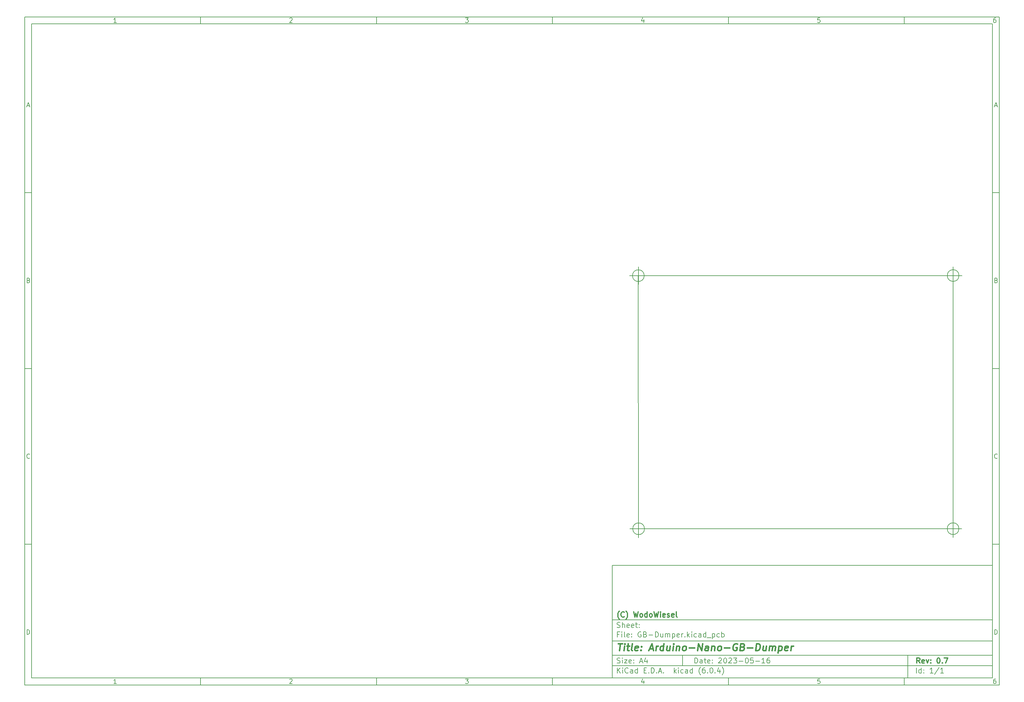
<source format=gbr>
%TF.GenerationSoftware,KiCad,Pcbnew,(6.0.4)*%
%TF.CreationDate,2023-10-13T20:42:48+02:00*%
%TF.ProjectId,GB-Dumper,47422d44-756d-4706-9572-2e6b69636164,0.7*%
%TF.SameCoordinates,Original*%
%TF.FileFunction,Other,User*%
%FSLAX46Y46*%
G04 Gerber Fmt 4.6, Leading zero omitted, Abs format (unit mm)*
G04 Created by KiCad (PCBNEW (6.0.4)) date 2023-10-13 20:42:48*
%MOMM*%
%LPD*%
G01*
G04 APERTURE LIST*
%ADD10C,0.100000*%
%ADD11C,0.150000*%
%ADD12C,0.300000*%
%ADD13C,0.400000*%
%TA.AperFunction,Profile*%
%ADD14C,0.150000*%
%TD*%
G04 APERTURE END LIST*
D10*
D11*
X177002200Y-166007200D02*
X177002200Y-198007200D01*
X285002200Y-198007200D01*
X285002200Y-166007200D01*
X177002200Y-166007200D01*
D10*
D11*
X10000000Y-10000000D02*
X10000000Y-200007200D01*
X287002200Y-200007200D01*
X287002200Y-10000000D01*
X10000000Y-10000000D01*
D10*
D11*
X12000000Y-12000000D02*
X12000000Y-198007200D01*
X285002200Y-198007200D01*
X285002200Y-12000000D01*
X12000000Y-12000000D01*
D10*
D11*
X60000000Y-12000000D02*
X60000000Y-10000000D01*
D10*
D11*
X110000000Y-12000000D02*
X110000000Y-10000000D01*
D10*
D11*
X160000000Y-12000000D02*
X160000000Y-10000000D01*
D10*
D11*
X210000000Y-12000000D02*
X210000000Y-10000000D01*
D10*
D11*
X260000000Y-12000000D02*
X260000000Y-10000000D01*
D10*
D11*
X36065476Y-11588095D02*
X35322619Y-11588095D01*
X35694047Y-11588095D02*
X35694047Y-10288095D01*
X35570238Y-10473809D01*
X35446428Y-10597619D01*
X35322619Y-10659523D01*
D10*
D11*
X85322619Y-10411904D02*
X85384523Y-10350000D01*
X85508333Y-10288095D01*
X85817857Y-10288095D01*
X85941666Y-10350000D01*
X86003571Y-10411904D01*
X86065476Y-10535714D01*
X86065476Y-10659523D01*
X86003571Y-10845238D01*
X85260714Y-11588095D01*
X86065476Y-11588095D01*
D10*
D11*
X135260714Y-10288095D02*
X136065476Y-10288095D01*
X135632142Y-10783333D01*
X135817857Y-10783333D01*
X135941666Y-10845238D01*
X136003571Y-10907142D01*
X136065476Y-11030952D01*
X136065476Y-11340476D01*
X136003571Y-11464285D01*
X135941666Y-11526190D01*
X135817857Y-11588095D01*
X135446428Y-11588095D01*
X135322619Y-11526190D01*
X135260714Y-11464285D01*
D10*
D11*
X185941666Y-10721428D02*
X185941666Y-11588095D01*
X185632142Y-10226190D02*
X185322619Y-11154761D01*
X186127380Y-11154761D01*
D10*
D11*
X236003571Y-10288095D02*
X235384523Y-10288095D01*
X235322619Y-10907142D01*
X235384523Y-10845238D01*
X235508333Y-10783333D01*
X235817857Y-10783333D01*
X235941666Y-10845238D01*
X236003571Y-10907142D01*
X236065476Y-11030952D01*
X236065476Y-11340476D01*
X236003571Y-11464285D01*
X235941666Y-11526190D01*
X235817857Y-11588095D01*
X235508333Y-11588095D01*
X235384523Y-11526190D01*
X235322619Y-11464285D01*
D10*
D11*
X285941666Y-10288095D02*
X285694047Y-10288095D01*
X285570238Y-10350000D01*
X285508333Y-10411904D01*
X285384523Y-10597619D01*
X285322619Y-10845238D01*
X285322619Y-11340476D01*
X285384523Y-11464285D01*
X285446428Y-11526190D01*
X285570238Y-11588095D01*
X285817857Y-11588095D01*
X285941666Y-11526190D01*
X286003571Y-11464285D01*
X286065476Y-11340476D01*
X286065476Y-11030952D01*
X286003571Y-10907142D01*
X285941666Y-10845238D01*
X285817857Y-10783333D01*
X285570238Y-10783333D01*
X285446428Y-10845238D01*
X285384523Y-10907142D01*
X285322619Y-11030952D01*
D10*
D11*
X60000000Y-198007200D02*
X60000000Y-200007200D01*
D10*
D11*
X110000000Y-198007200D02*
X110000000Y-200007200D01*
D10*
D11*
X160000000Y-198007200D02*
X160000000Y-200007200D01*
D10*
D11*
X210000000Y-198007200D02*
X210000000Y-200007200D01*
D10*
D11*
X260000000Y-198007200D02*
X260000000Y-200007200D01*
D10*
D11*
X36065476Y-199595295D02*
X35322619Y-199595295D01*
X35694047Y-199595295D02*
X35694047Y-198295295D01*
X35570238Y-198481009D01*
X35446428Y-198604819D01*
X35322619Y-198666723D01*
D10*
D11*
X85322619Y-198419104D02*
X85384523Y-198357200D01*
X85508333Y-198295295D01*
X85817857Y-198295295D01*
X85941666Y-198357200D01*
X86003571Y-198419104D01*
X86065476Y-198542914D01*
X86065476Y-198666723D01*
X86003571Y-198852438D01*
X85260714Y-199595295D01*
X86065476Y-199595295D01*
D10*
D11*
X135260714Y-198295295D02*
X136065476Y-198295295D01*
X135632142Y-198790533D01*
X135817857Y-198790533D01*
X135941666Y-198852438D01*
X136003571Y-198914342D01*
X136065476Y-199038152D01*
X136065476Y-199347676D01*
X136003571Y-199471485D01*
X135941666Y-199533390D01*
X135817857Y-199595295D01*
X135446428Y-199595295D01*
X135322619Y-199533390D01*
X135260714Y-199471485D01*
D10*
D11*
X185941666Y-198728628D02*
X185941666Y-199595295D01*
X185632142Y-198233390D02*
X185322619Y-199161961D01*
X186127380Y-199161961D01*
D10*
D11*
X236003571Y-198295295D02*
X235384523Y-198295295D01*
X235322619Y-198914342D01*
X235384523Y-198852438D01*
X235508333Y-198790533D01*
X235817857Y-198790533D01*
X235941666Y-198852438D01*
X236003571Y-198914342D01*
X236065476Y-199038152D01*
X236065476Y-199347676D01*
X236003571Y-199471485D01*
X235941666Y-199533390D01*
X235817857Y-199595295D01*
X235508333Y-199595295D01*
X235384523Y-199533390D01*
X235322619Y-199471485D01*
D10*
D11*
X285941666Y-198295295D02*
X285694047Y-198295295D01*
X285570238Y-198357200D01*
X285508333Y-198419104D01*
X285384523Y-198604819D01*
X285322619Y-198852438D01*
X285322619Y-199347676D01*
X285384523Y-199471485D01*
X285446428Y-199533390D01*
X285570238Y-199595295D01*
X285817857Y-199595295D01*
X285941666Y-199533390D01*
X286003571Y-199471485D01*
X286065476Y-199347676D01*
X286065476Y-199038152D01*
X286003571Y-198914342D01*
X285941666Y-198852438D01*
X285817857Y-198790533D01*
X285570238Y-198790533D01*
X285446428Y-198852438D01*
X285384523Y-198914342D01*
X285322619Y-199038152D01*
D10*
D11*
X10000000Y-60000000D02*
X12000000Y-60000000D01*
D10*
D11*
X10000000Y-110000000D02*
X12000000Y-110000000D01*
D10*
D11*
X10000000Y-160000000D02*
X12000000Y-160000000D01*
D10*
D11*
X10690476Y-35216666D02*
X11309523Y-35216666D01*
X10566666Y-35588095D02*
X11000000Y-34288095D01*
X11433333Y-35588095D01*
D10*
D11*
X11092857Y-84907142D02*
X11278571Y-84969047D01*
X11340476Y-85030952D01*
X11402380Y-85154761D01*
X11402380Y-85340476D01*
X11340476Y-85464285D01*
X11278571Y-85526190D01*
X11154761Y-85588095D01*
X10659523Y-85588095D01*
X10659523Y-84288095D01*
X11092857Y-84288095D01*
X11216666Y-84350000D01*
X11278571Y-84411904D01*
X11340476Y-84535714D01*
X11340476Y-84659523D01*
X11278571Y-84783333D01*
X11216666Y-84845238D01*
X11092857Y-84907142D01*
X10659523Y-84907142D01*
D10*
D11*
X11402380Y-135464285D02*
X11340476Y-135526190D01*
X11154761Y-135588095D01*
X11030952Y-135588095D01*
X10845238Y-135526190D01*
X10721428Y-135402380D01*
X10659523Y-135278571D01*
X10597619Y-135030952D01*
X10597619Y-134845238D01*
X10659523Y-134597619D01*
X10721428Y-134473809D01*
X10845238Y-134350000D01*
X11030952Y-134288095D01*
X11154761Y-134288095D01*
X11340476Y-134350000D01*
X11402380Y-134411904D01*
D10*
D11*
X10659523Y-185588095D02*
X10659523Y-184288095D01*
X10969047Y-184288095D01*
X11154761Y-184350000D01*
X11278571Y-184473809D01*
X11340476Y-184597619D01*
X11402380Y-184845238D01*
X11402380Y-185030952D01*
X11340476Y-185278571D01*
X11278571Y-185402380D01*
X11154761Y-185526190D01*
X10969047Y-185588095D01*
X10659523Y-185588095D01*
D10*
D11*
X287002200Y-60000000D02*
X285002200Y-60000000D01*
D10*
D11*
X287002200Y-110000000D02*
X285002200Y-110000000D01*
D10*
D11*
X287002200Y-160000000D02*
X285002200Y-160000000D01*
D10*
D11*
X285692676Y-35216666D02*
X286311723Y-35216666D01*
X285568866Y-35588095D02*
X286002200Y-34288095D01*
X286435533Y-35588095D01*
D10*
D11*
X286095057Y-84907142D02*
X286280771Y-84969047D01*
X286342676Y-85030952D01*
X286404580Y-85154761D01*
X286404580Y-85340476D01*
X286342676Y-85464285D01*
X286280771Y-85526190D01*
X286156961Y-85588095D01*
X285661723Y-85588095D01*
X285661723Y-84288095D01*
X286095057Y-84288095D01*
X286218866Y-84350000D01*
X286280771Y-84411904D01*
X286342676Y-84535714D01*
X286342676Y-84659523D01*
X286280771Y-84783333D01*
X286218866Y-84845238D01*
X286095057Y-84907142D01*
X285661723Y-84907142D01*
D10*
D11*
X286404580Y-135464285D02*
X286342676Y-135526190D01*
X286156961Y-135588095D01*
X286033152Y-135588095D01*
X285847438Y-135526190D01*
X285723628Y-135402380D01*
X285661723Y-135278571D01*
X285599819Y-135030952D01*
X285599819Y-134845238D01*
X285661723Y-134597619D01*
X285723628Y-134473809D01*
X285847438Y-134350000D01*
X286033152Y-134288095D01*
X286156961Y-134288095D01*
X286342676Y-134350000D01*
X286404580Y-134411904D01*
D10*
D11*
X285661723Y-185588095D02*
X285661723Y-184288095D01*
X285971247Y-184288095D01*
X286156961Y-184350000D01*
X286280771Y-184473809D01*
X286342676Y-184597619D01*
X286404580Y-184845238D01*
X286404580Y-185030952D01*
X286342676Y-185278571D01*
X286280771Y-185402380D01*
X286156961Y-185526190D01*
X285971247Y-185588095D01*
X285661723Y-185588095D01*
D10*
D11*
X200434342Y-193785771D02*
X200434342Y-192285771D01*
X200791485Y-192285771D01*
X201005771Y-192357200D01*
X201148628Y-192500057D01*
X201220057Y-192642914D01*
X201291485Y-192928628D01*
X201291485Y-193142914D01*
X201220057Y-193428628D01*
X201148628Y-193571485D01*
X201005771Y-193714342D01*
X200791485Y-193785771D01*
X200434342Y-193785771D01*
X202577200Y-193785771D02*
X202577200Y-193000057D01*
X202505771Y-192857200D01*
X202362914Y-192785771D01*
X202077200Y-192785771D01*
X201934342Y-192857200D01*
X202577200Y-193714342D02*
X202434342Y-193785771D01*
X202077200Y-193785771D01*
X201934342Y-193714342D01*
X201862914Y-193571485D01*
X201862914Y-193428628D01*
X201934342Y-193285771D01*
X202077200Y-193214342D01*
X202434342Y-193214342D01*
X202577200Y-193142914D01*
X203077200Y-192785771D02*
X203648628Y-192785771D01*
X203291485Y-192285771D02*
X203291485Y-193571485D01*
X203362914Y-193714342D01*
X203505771Y-193785771D01*
X203648628Y-193785771D01*
X204720057Y-193714342D02*
X204577200Y-193785771D01*
X204291485Y-193785771D01*
X204148628Y-193714342D01*
X204077200Y-193571485D01*
X204077200Y-193000057D01*
X204148628Y-192857200D01*
X204291485Y-192785771D01*
X204577200Y-192785771D01*
X204720057Y-192857200D01*
X204791485Y-193000057D01*
X204791485Y-193142914D01*
X204077200Y-193285771D01*
X205434342Y-193642914D02*
X205505771Y-193714342D01*
X205434342Y-193785771D01*
X205362914Y-193714342D01*
X205434342Y-193642914D01*
X205434342Y-193785771D01*
X205434342Y-192857200D02*
X205505771Y-192928628D01*
X205434342Y-193000057D01*
X205362914Y-192928628D01*
X205434342Y-192857200D01*
X205434342Y-193000057D01*
X207220057Y-192428628D02*
X207291485Y-192357200D01*
X207434342Y-192285771D01*
X207791485Y-192285771D01*
X207934342Y-192357200D01*
X208005771Y-192428628D01*
X208077200Y-192571485D01*
X208077200Y-192714342D01*
X208005771Y-192928628D01*
X207148628Y-193785771D01*
X208077200Y-193785771D01*
X209005771Y-192285771D02*
X209148628Y-192285771D01*
X209291485Y-192357200D01*
X209362914Y-192428628D01*
X209434342Y-192571485D01*
X209505771Y-192857200D01*
X209505771Y-193214342D01*
X209434342Y-193500057D01*
X209362914Y-193642914D01*
X209291485Y-193714342D01*
X209148628Y-193785771D01*
X209005771Y-193785771D01*
X208862914Y-193714342D01*
X208791485Y-193642914D01*
X208720057Y-193500057D01*
X208648628Y-193214342D01*
X208648628Y-192857200D01*
X208720057Y-192571485D01*
X208791485Y-192428628D01*
X208862914Y-192357200D01*
X209005771Y-192285771D01*
X210077200Y-192428628D02*
X210148628Y-192357200D01*
X210291485Y-192285771D01*
X210648628Y-192285771D01*
X210791485Y-192357200D01*
X210862914Y-192428628D01*
X210934342Y-192571485D01*
X210934342Y-192714342D01*
X210862914Y-192928628D01*
X210005771Y-193785771D01*
X210934342Y-193785771D01*
X211434342Y-192285771D02*
X212362914Y-192285771D01*
X211862914Y-192857200D01*
X212077200Y-192857200D01*
X212220057Y-192928628D01*
X212291485Y-193000057D01*
X212362914Y-193142914D01*
X212362914Y-193500057D01*
X212291485Y-193642914D01*
X212220057Y-193714342D01*
X212077200Y-193785771D01*
X211648628Y-193785771D01*
X211505771Y-193714342D01*
X211434342Y-193642914D01*
X213005771Y-193214342D02*
X214148628Y-193214342D01*
X215148628Y-192285771D02*
X215291485Y-192285771D01*
X215434342Y-192357200D01*
X215505771Y-192428628D01*
X215577200Y-192571485D01*
X215648628Y-192857200D01*
X215648628Y-193214342D01*
X215577200Y-193500057D01*
X215505771Y-193642914D01*
X215434342Y-193714342D01*
X215291485Y-193785771D01*
X215148628Y-193785771D01*
X215005771Y-193714342D01*
X214934342Y-193642914D01*
X214862914Y-193500057D01*
X214791485Y-193214342D01*
X214791485Y-192857200D01*
X214862914Y-192571485D01*
X214934342Y-192428628D01*
X215005771Y-192357200D01*
X215148628Y-192285771D01*
X217005771Y-192285771D02*
X216291485Y-192285771D01*
X216220057Y-193000057D01*
X216291485Y-192928628D01*
X216434342Y-192857200D01*
X216791485Y-192857200D01*
X216934342Y-192928628D01*
X217005771Y-193000057D01*
X217077200Y-193142914D01*
X217077200Y-193500057D01*
X217005771Y-193642914D01*
X216934342Y-193714342D01*
X216791485Y-193785771D01*
X216434342Y-193785771D01*
X216291485Y-193714342D01*
X216220057Y-193642914D01*
X217720057Y-193214342D02*
X218862914Y-193214342D01*
X220362914Y-193785771D02*
X219505771Y-193785771D01*
X219934342Y-193785771D02*
X219934342Y-192285771D01*
X219791485Y-192500057D01*
X219648628Y-192642914D01*
X219505771Y-192714342D01*
X221648628Y-192285771D02*
X221362914Y-192285771D01*
X221220057Y-192357200D01*
X221148628Y-192428628D01*
X221005771Y-192642914D01*
X220934342Y-192928628D01*
X220934342Y-193500057D01*
X221005771Y-193642914D01*
X221077200Y-193714342D01*
X221220057Y-193785771D01*
X221505771Y-193785771D01*
X221648628Y-193714342D01*
X221720057Y-193642914D01*
X221791485Y-193500057D01*
X221791485Y-193142914D01*
X221720057Y-193000057D01*
X221648628Y-192928628D01*
X221505771Y-192857200D01*
X221220057Y-192857200D01*
X221077200Y-192928628D01*
X221005771Y-193000057D01*
X220934342Y-193142914D01*
D10*
D11*
X177002200Y-194507200D02*
X285002200Y-194507200D01*
D10*
D11*
X178434342Y-196585771D02*
X178434342Y-195085771D01*
X179291485Y-196585771D02*
X178648628Y-195728628D01*
X179291485Y-195085771D02*
X178434342Y-195942914D01*
X179934342Y-196585771D02*
X179934342Y-195585771D01*
X179934342Y-195085771D02*
X179862914Y-195157200D01*
X179934342Y-195228628D01*
X180005771Y-195157200D01*
X179934342Y-195085771D01*
X179934342Y-195228628D01*
X181505771Y-196442914D02*
X181434342Y-196514342D01*
X181220057Y-196585771D01*
X181077200Y-196585771D01*
X180862914Y-196514342D01*
X180720057Y-196371485D01*
X180648628Y-196228628D01*
X180577200Y-195942914D01*
X180577200Y-195728628D01*
X180648628Y-195442914D01*
X180720057Y-195300057D01*
X180862914Y-195157200D01*
X181077200Y-195085771D01*
X181220057Y-195085771D01*
X181434342Y-195157200D01*
X181505771Y-195228628D01*
X182791485Y-196585771D02*
X182791485Y-195800057D01*
X182720057Y-195657200D01*
X182577200Y-195585771D01*
X182291485Y-195585771D01*
X182148628Y-195657200D01*
X182791485Y-196514342D02*
X182648628Y-196585771D01*
X182291485Y-196585771D01*
X182148628Y-196514342D01*
X182077200Y-196371485D01*
X182077200Y-196228628D01*
X182148628Y-196085771D01*
X182291485Y-196014342D01*
X182648628Y-196014342D01*
X182791485Y-195942914D01*
X184148628Y-196585771D02*
X184148628Y-195085771D01*
X184148628Y-196514342D02*
X184005771Y-196585771D01*
X183720057Y-196585771D01*
X183577200Y-196514342D01*
X183505771Y-196442914D01*
X183434342Y-196300057D01*
X183434342Y-195871485D01*
X183505771Y-195728628D01*
X183577200Y-195657200D01*
X183720057Y-195585771D01*
X184005771Y-195585771D01*
X184148628Y-195657200D01*
X186005771Y-195800057D02*
X186505771Y-195800057D01*
X186720057Y-196585771D02*
X186005771Y-196585771D01*
X186005771Y-195085771D01*
X186720057Y-195085771D01*
X187362914Y-196442914D02*
X187434342Y-196514342D01*
X187362914Y-196585771D01*
X187291485Y-196514342D01*
X187362914Y-196442914D01*
X187362914Y-196585771D01*
X188077200Y-196585771D02*
X188077200Y-195085771D01*
X188434342Y-195085771D01*
X188648628Y-195157200D01*
X188791485Y-195300057D01*
X188862914Y-195442914D01*
X188934342Y-195728628D01*
X188934342Y-195942914D01*
X188862914Y-196228628D01*
X188791485Y-196371485D01*
X188648628Y-196514342D01*
X188434342Y-196585771D01*
X188077200Y-196585771D01*
X189577200Y-196442914D02*
X189648628Y-196514342D01*
X189577200Y-196585771D01*
X189505771Y-196514342D01*
X189577200Y-196442914D01*
X189577200Y-196585771D01*
X190220057Y-196157200D02*
X190934342Y-196157200D01*
X190077200Y-196585771D02*
X190577200Y-195085771D01*
X191077200Y-196585771D01*
X191577200Y-196442914D02*
X191648628Y-196514342D01*
X191577200Y-196585771D01*
X191505771Y-196514342D01*
X191577200Y-196442914D01*
X191577200Y-196585771D01*
X194577200Y-196585771D02*
X194577200Y-195085771D01*
X194720057Y-196014342D02*
X195148628Y-196585771D01*
X195148628Y-195585771D02*
X194577200Y-196157200D01*
X195791485Y-196585771D02*
X195791485Y-195585771D01*
X195791485Y-195085771D02*
X195720057Y-195157200D01*
X195791485Y-195228628D01*
X195862914Y-195157200D01*
X195791485Y-195085771D01*
X195791485Y-195228628D01*
X197148628Y-196514342D02*
X197005771Y-196585771D01*
X196720057Y-196585771D01*
X196577200Y-196514342D01*
X196505771Y-196442914D01*
X196434342Y-196300057D01*
X196434342Y-195871485D01*
X196505771Y-195728628D01*
X196577200Y-195657200D01*
X196720057Y-195585771D01*
X197005771Y-195585771D01*
X197148628Y-195657200D01*
X198434342Y-196585771D02*
X198434342Y-195800057D01*
X198362914Y-195657200D01*
X198220057Y-195585771D01*
X197934342Y-195585771D01*
X197791485Y-195657200D01*
X198434342Y-196514342D02*
X198291485Y-196585771D01*
X197934342Y-196585771D01*
X197791485Y-196514342D01*
X197720057Y-196371485D01*
X197720057Y-196228628D01*
X197791485Y-196085771D01*
X197934342Y-196014342D01*
X198291485Y-196014342D01*
X198434342Y-195942914D01*
X199791485Y-196585771D02*
X199791485Y-195085771D01*
X199791485Y-196514342D02*
X199648628Y-196585771D01*
X199362914Y-196585771D01*
X199220057Y-196514342D01*
X199148628Y-196442914D01*
X199077200Y-196300057D01*
X199077200Y-195871485D01*
X199148628Y-195728628D01*
X199220057Y-195657200D01*
X199362914Y-195585771D01*
X199648628Y-195585771D01*
X199791485Y-195657200D01*
X202077200Y-197157200D02*
X202005771Y-197085771D01*
X201862914Y-196871485D01*
X201791485Y-196728628D01*
X201720057Y-196514342D01*
X201648628Y-196157200D01*
X201648628Y-195871485D01*
X201720057Y-195514342D01*
X201791485Y-195300057D01*
X201862914Y-195157200D01*
X202005771Y-194942914D01*
X202077200Y-194871485D01*
X203291485Y-195085771D02*
X203005771Y-195085771D01*
X202862914Y-195157200D01*
X202791485Y-195228628D01*
X202648628Y-195442914D01*
X202577200Y-195728628D01*
X202577200Y-196300057D01*
X202648628Y-196442914D01*
X202720057Y-196514342D01*
X202862914Y-196585771D01*
X203148628Y-196585771D01*
X203291485Y-196514342D01*
X203362914Y-196442914D01*
X203434342Y-196300057D01*
X203434342Y-195942914D01*
X203362914Y-195800057D01*
X203291485Y-195728628D01*
X203148628Y-195657200D01*
X202862914Y-195657200D01*
X202720057Y-195728628D01*
X202648628Y-195800057D01*
X202577200Y-195942914D01*
X204077200Y-196442914D02*
X204148628Y-196514342D01*
X204077200Y-196585771D01*
X204005771Y-196514342D01*
X204077200Y-196442914D01*
X204077200Y-196585771D01*
X205077200Y-195085771D02*
X205220057Y-195085771D01*
X205362914Y-195157200D01*
X205434342Y-195228628D01*
X205505771Y-195371485D01*
X205577200Y-195657200D01*
X205577200Y-196014342D01*
X205505771Y-196300057D01*
X205434342Y-196442914D01*
X205362914Y-196514342D01*
X205220057Y-196585771D01*
X205077200Y-196585771D01*
X204934342Y-196514342D01*
X204862914Y-196442914D01*
X204791485Y-196300057D01*
X204720057Y-196014342D01*
X204720057Y-195657200D01*
X204791485Y-195371485D01*
X204862914Y-195228628D01*
X204934342Y-195157200D01*
X205077200Y-195085771D01*
X206220057Y-196442914D02*
X206291485Y-196514342D01*
X206220057Y-196585771D01*
X206148628Y-196514342D01*
X206220057Y-196442914D01*
X206220057Y-196585771D01*
X207577200Y-195585771D02*
X207577200Y-196585771D01*
X207220057Y-195014342D02*
X206862914Y-196085771D01*
X207791485Y-196085771D01*
X208220057Y-197157200D02*
X208291485Y-197085771D01*
X208434342Y-196871485D01*
X208505771Y-196728628D01*
X208577200Y-196514342D01*
X208648628Y-196157200D01*
X208648628Y-195871485D01*
X208577200Y-195514342D01*
X208505771Y-195300057D01*
X208434342Y-195157200D01*
X208291485Y-194942914D01*
X208220057Y-194871485D01*
D10*
D11*
X177002200Y-191507200D02*
X285002200Y-191507200D01*
D10*
D12*
X264411485Y-193785771D02*
X263911485Y-193071485D01*
X263554342Y-193785771D02*
X263554342Y-192285771D01*
X264125771Y-192285771D01*
X264268628Y-192357200D01*
X264340057Y-192428628D01*
X264411485Y-192571485D01*
X264411485Y-192785771D01*
X264340057Y-192928628D01*
X264268628Y-193000057D01*
X264125771Y-193071485D01*
X263554342Y-193071485D01*
X265625771Y-193714342D02*
X265482914Y-193785771D01*
X265197200Y-193785771D01*
X265054342Y-193714342D01*
X264982914Y-193571485D01*
X264982914Y-193000057D01*
X265054342Y-192857200D01*
X265197200Y-192785771D01*
X265482914Y-192785771D01*
X265625771Y-192857200D01*
X265697200Y-193000057D01*
X265697200Y-193142914D01*
X264982914Y-193285771D01*
X266197200Y-192785771D02*
X266554342Y-193785771D01*
X266911485Y-192785771D01*
X267482914Y-193642914D02*
X267554342Y-193714342D01*
X267482914Y-193785771D01*
X267411485Y-193714342D01*
X267482914Y-193642914D01*
X267482914Y-193785771D01*
X267482914Y-192857200D02*
X267554342Y-192928628D01*
X267482914Y-193000057D01*
X267411485Y-192928628D01*
X267482914Y-192857200D01*
X267482914Y-193000057D01*
X269625771Y-192285771D02*
X269768628Y-192285771D01*
X269911485Y-192357200D01*
X269982914Y-192428628D01*
X270054342Y-192571485D01*
X270125771Y-192857200D01*
X270125771Y-193214342D01*
X270054342Y-193500057D01*
X269982914Y-193642914D01*
X269911485Y-193714342D01*
X269768628Y-193785771D01*
X269625771Y-193785771D01*
X269482914Y-193714342D01*
X269411485Y-193642914D01*
X269340057Y-193500057D01*
X269268628Y-193214342D01*
X269268628Y-192857200D01*
X269340057Y-192571485D01*
X269411485Y-192428628D01*
X269482914Y-192357200D01*
X269625771Y-192285771D01*
X270768628Y-193642914D02*
X270840057Y-193714342D01*
X270768628Y-193785771D01*
X270697200Y-193714342D01*
X270768628Y-193642914D01*
X270768628Y-193785771D01*
X271340057Y-192285771D02*
X272340057Y-192285771D01*
X271697200Y-193785771D01*
D10*
D11*
X178362914Y-193714342D02*
X178577200Y-193785771D01*
X178934342Y-193785771D01*
X179077200Y-193714342D01*
X179148628Y-193642914D01*
X179220057Y-193500057D01*
X179220057Y-193357200D01*
X179148628Y-193214342D01*
X179077200Y-193142914D01*
X178934342Y-193071485D01*
X178648628Y-193000057D01*
X178505771Y-192928628D01*
X178434342Y-192857200D01*
X178362914Y-192714342D01*
X178362914Y-192571485D01*
X178434342Y-192428628D01*
X178505771Y-192357200D01*
X178648628Y-192285771D01*
X179005771Y-192285771D01*
X179220057Y-192357200D01*
X179862914Y-193785771D02*
X179862914Y-192785771D01*
X179862914Y-192285771D02*
X179791485Y-192357200D01*
X179862914Y-192428628D01*
X179934342Y-192357200D01*
X179862914Y-192285771D01*
X179862914Y-192428628D01*
X180434342Y-192785771D02*
X181220057Y-192785771D01*
X180434342Y-193785771D01*
X181220057Y-193785771D01*
X182362914Y-193714342D02*
X182220057Y-193785771D01*
X181934342Y-193785771D01*
X181791485Y-193714342D01*
X181720057Y-193571485D01*
X181720057Y-193000057D01*
X181791485Y-192857200D01*
X181934342Y-192785771D01*
X182220057Y-192785771D01*
X182362914Y-192857200D01*
X182434342Y-193000057D01*
X182434342Y-193142914D01*
X181720057Y-193285771D01*
X183077200Y-193642914D02*
X183148628Y-193714342D01*
X183077200Y-193785771D01*
X183005771Y-193714342D01*
X183077200Y-193642914D01*
X183077200Y-193785771D01*
X183077200Y-192857200D02*
X183148628Y-192928628D01*
X183077200Y-193000057D01*
X183005771Y-192928628D01*
X183077200Y-192857200D01*
X183077200Y-193000057D01*
X184862914Y-193357200D02*
X185577200Y-193357200D01*
X184720057Y-193785771D02*
X185220057Y-192285771D01*
X185720057Y-193785771D01*
X186862914Y-192785771D02*
X186862914Y-193785771D01*
X186505771Y-192214342D02*
X186148628Y-193285771D01*
X187077200Y-193285771D01*
D10*
D11*
X263434342Y-196585771D02*
X263434342Y-195085771D01*
X264791485Y-196585771D02*
X264791485Y-195085771D01*
X264791485Y-196514342D02*
X264648628Y-196585771D01*
X264362914Y-196585771D01*
X264220057Y-196514342D01*
X264148628Y-196442914D01*
X264077200Y-196300057D01*
X264077200Y-195871485D01*
X264148628Y-195728628D01*
X264220057Y-195657200D01*
X264362914Y-195585771D01*
X264648628Y-195585771D01*
X264791485Y-195657200D01*
X265505771Y-196442914D02*
X265577200Y-196514342D01*
X265505771Y-196585771D01*
X265434342Y-196514342D01*
X265505771Y-196442914D01*
X265505771Y-196585771D01*
X265505771Y-195657200D02*
X265577200Y-195728628D01*
X265505771Y-195800057D01*
X265434342Y-195728628D01*
X265505771Y-195657200D01*
X265505771Y-195800057D01*
X268148628Y-196585771D02*
X267291485Y-196585771D01*
X267720057Y-196585771D02*
X267720057Y-195085771D01*
X267577200Y-195300057D01*
X267434342Y-195442914D01*
X267291485Y-195514342D01*
X269862914Y-195014342D02*
X268577200Y-196942914D01*
X271148628Y-196585771D02*
X270291485Y-196585771D01*
X270720057Y-196585771D02*
X270720057Y-195085771D01*
X270577200Y-195300057D01*
X270434342Y-195442914D01*
X270291485Y-195514342D01*
D10*
D11*
X177002200Y-187507200D02*
X285002200Y-187507200D01*
D10*
D13*
X178714580Y-188211961D02*
X179857438Y-188211961D01*
X179036009Y-190211961D02*
X179286009Y-188211961D01*
X180274104Y-190211961D02*
X180440771Y-188878628D01*
X180524104Y-188211961D02*
X180416961Y-188307200D01*
X180500295Y-188402438D01*
X180607438Y-188307200D01*
X180524104Y-188211961D01*
X180500295Y-188402438D01*
X181107438Y-188878628D02*
X181869342Y-188878628D01*
X181476485Y-188211961D02*
X181262200Y-189926247D01*
X181333628Y-190116723D01*
X181512200Y-190211961D01*
X181702676Y-190211961D01*
X182655057Y-190211961D02*
X182476485Y-190116723D01*
X182405057Y-189926247D01*
X182619342Y-188211961D01*
X184190771Y-190116723D02*
X183988390Y-190211961D01*
X183607438Y-190211961D01*
X183428866Y-190116723D01*
X183357438Y-189926247D01*
X183452676Y-189164342D01*
X183571723Y-188973866D01*
X183774104Y-188878628D01*
X184155057Y-188878628D01*
X184333628Y-188973866D01*
X184405057Y-189164342D01*
X184381247Y-189354819D01*
X183405057Y-189545295D01*
X185155057Y-190021485D02*
X185238390Y-190116723D01*
X185131247Y-190211961D01*
X185047914Y-190116723D01*
X185155057Y-190021485D01*
X185131247Y-190211961D01*
X185286009Y-188973866D02*
X185369342Y-189069104D01*
X185262200Y-189164342D01*
X185178866Y-189069104D01*
X185286009Y-188973866D01*
X185262200Y-189164342D01*
X187583628Y-189640533D02*
X188536009Y-189640533D01*
X187321723Y-190211961D02*
X188238390Y-188211961D01*
X188655057Y-190211961D01*
X189321723Y-190211961D02*
X189488390Y-188878628D01*
X189440771Y-189259580D02*
X189559819Y-189069104D01*
X189666961Y-188973866D01*
X189869342Y-188878628D01*
X190059819Y-188878628D01*
X191416961Y-190211961D02*
X191666961Y-188211961D01*
X191428866Y-190116723D02*
X191226485Y-190211961D01*
X190845533Y-190211961D01*
X190666961Y-190116723D01*
X190583628Y-190021485D01*
X190512200Y-189831009D01*
X190583628Y-189259580D01*
X190702676Y-189069104D01*
X190809819Y-188973866D01*
X191012200Y-188878628D01*
X191393152Y-188878628D01*
X191571723Y-188973866D01*
X193393152Y-188878628D02*
X193226485Y-190211961D01*
X192536009Y-188878628D02*
X192405057Y-189926247D01*
X192476485Y-190116723D01*
X192655057Y-190211961D01*
X192940771Y-190211961D01*
X193143152Y-190116723D01*
X193250295Y-190021485D01*
X194178866Y-190211961D02*
X194345533Y-188878628D01*
X194428866Y-188211961D02*
X194321723Y-188307200D01*
X194405057Y-188402438D01*
X194512200Y-188307200D01*
X194428866Y-188211961D01*
X194405057Y-188402438D01*
X195297914Y-188878628D02*
X195131247Y-190211961D01*
X195274104Y-189069104D02*
X195381247Y-188973866D01*
X195583628Y-188878628D01*
X195869342Y-188878628D01*
X196047914Y-188973866D01*
X196119342Y-189164342D01*
X195988390Y-190211961D01*
X197226485Y-190211961D02*
X197047914Y-190116723D01*
X196964580Y-190021485D01*
X196893152Y-189831009D01*
X196964580Y-189259580D01*
X197083628Y-189069104D01*
X197190771Y-188973866D01*
X197393152Y-188878628D01*
X197678866Y-188878628D01*
X197857438Y-188973866D01*
X197940771Y-189069104D01*
X198012200Y-189259580D01*
X197940771Y-189831009D01*
X197821723Y-190021485D01*
X197714580Y-190116723D01*
X197512200Y-190211961D01*
X197226485Y-190211961D01*
X198845533Y-189450057D02*
X200369342Y-189450057D01*
X201226485Y-190211961D02*
X201476485Y-188211961D01*
X202369342Y-190211961D01*
X202619342Y-188211961D01*
X204178866Y-190211961D02*
X204309819Y-189164342D01*
X204238390Y-188973866D01*
X204059819Y-188878628D01*
X203678866Y-188878628D01*
X203476485Y-188973866D01*
X204190771Y-190116723D02*
X203988390Y-190211961D01*
X203512200Y-190211961D01*
X203333628Y-190116723D01*
X203262200Y-189926247D01*
X203286009Y-189735771D01*
X203405057Y-189545295D01*
X203607438Y-189450057D01*
X204083628Y-189450057D01*
X204286009Y-189354819D01*
X205297914Y-188878628D02*
X205131247Y-190211961D01*
X205274104Y-189069104D02*
X205381247Y-188973866D01*
X205583628Y-188878628D01*
X205869342Y-188878628D01*
X206047914Y-188973866D01*
X206119342Y-189164342D01*
X205988390Y-190211961D01*
X207226485Y-190211961D02*
X207047914Y-190116723D01*
X206964580Y-190021485D01*
X206893152Y-189831009D01*
X206964580Y-189259580D01*
X207083628Y-189069104D01*
X207190771Y-188973866D01*
X207393152Y-188878628D01*
X207678866Y-188878628D01*
X207857438Y-188973866D01*
X207940771Y-189069104D01*
X208012200Y-189259580D01*
X207940771Y-189831009D01*
X207821723Y-190021485D01*
X207714580Y-190116723D01*
X207512200Y-190211961D01*
X207226485Y-190211961D01*
X208845533Y-189450057D02*
X210369342Y-189450057D01*
X212512200Y-188307200D02*
X212333628Y-188211961D01*
X212047914Y-188211961D01*
X211750295Y-188307200D01*
X211536009Y-188497676D01*
X211416961Y-188688152D01*
X211274104Y-189069104D01*
X211238390Y-189354819D01*
X211286009Y-189735771D01*
X211357438Y-189926247D01*
X211524104Y-190116723D01*
X211797914Y-190211961D01*
X211988390Y-190211961D01*
X212286009Y-190116723D01*
X212393152Y-190021485D01*
X212476485Y-189354819D01*
X212095533Y-189354819D01*
X214024104Y-189164342D02*
X214297914Y-189259580D01*
X214381247Y-189354819D01*
X214452676Y-189545295D01*
X214416961Y-189831009D01*
X214297914Y-190021485D01*
X214190771Y-190116723D01*
X213988390Y-190211961D01*
X213226485Y-190211961D01*
X213476485Y-188211961D01*
X214143152Y-188211961D01*
X214321723Y-188307200D01*
X214405057Y-188402438D01*
X214476485Y-188592914D01*
X214452676Y-188783390D01*
X214333628Y-188973866D01*
X214226485Y-189069104D01*
X214024104Y-189164342D01*
X213357438Y-189164342D01*
X215321723Y-189450057D02*
X216845533Y-189450057D01*
X217702676Y-190211961D02*
X217952676Y-188211961D01*
X218428866Y-188211961D01*
X218702676Y-188307200D01*
X218869342Y-188497676D01*
X218940771Y-188688152D01*
X218988390Y-189069104D01*
X218952676Y-189354819D01*
X218809819Y-189735771D01*
X218690771Y-189926247D01*
X218476485Y-190116723D01*
X218178866Y-190211961D01*
X217702676Y-190211961D01*
X220726485Y-188878628D02*
X220559819Y-190211961D01*
X219869342Y-188878628D02*
X219738390Y-189926247D01*
X219809819Y-190116723D01*
X219988390Y-190211961D01*
X220274104Y-190211961D01*
X220476485Y-190116723D01*
X220583628Y-190021485D01*
X221512200Y-190211961D02*
X221678866Y-188878628D01*
X221655057Y-189069104D02*
X221762200Y-188973866D01*
X221964580Y-188878628D01*
X222250295Y-188878628D01*
X222428866Y-188973866D01*
X222500295Y-189164342D01*
X222369342Y-190211961D01*
X222500295Y-189164342D02*
X222619342Y-188973866D01*
X222821723Y-188878628D01*
X223107438Y-188878628D01*
X223286009Y-188973866D01*
X223357438Y-189164342D01*
X223226485Y-190211961D01*
X224345533Y-188878628D02*
X224095533Y-190878628D01*
X224333628Y-188973866D02*
X224536009Y-188878628D01*
X224916961Y-188878628D01*
X225095533Y-188973866D01*
X225178866Y-189069104D01*
X225250295Y-189259580D01*
X225178866Y-189831009D01*
X225059819Y-190021485D01*
X224952676Y-190116723D01*
X224750295Y-190211961D01*
X224369342Y-190211961D01*
X224190771Y-190116723D01*
X226762200Y-190116723D02*
X226559819Y-190211961D01*
X226178866Y-190211961D01*
X226000295Y-190116723D01*
X225928866Y-189926247D01*
X226024104Y-189164342D01*
X226143152Y-188973866D01*
X226345533Y-188878628D01*
X226726485Y-188878628D01*
X226905057Y-188973866D01*
X226976485Y-189164342D01*
X226952676Y-189354819D01*
X225976485Y-189545295D01*
X227702676Y-190211961D02*
X227869342Y-188878628D01*
X227821723Y-189259580D02*
X227940771Y-189069104D01*
X228047914Y-188973866D01*
X228250295Y-188878628D01*
X228440771Y-188878628D01*
D10*
D11*
X178934342Y-185600057D02*
X178434342Y-185600057D01*
X178434342Y-186385771D02*
X178434342Y-184885771D01*
X179148628Y-184885771D01*
X179720057Y-186385771D02*
X179720057Y-185385771D01*
X179720057Y-184885771D02*
X179648628Y-184957200D01*
X179720057Y-185028628D01*
X179791485Y-184957200D01*
X179720057Y-184885771D01*
X179720057Y-185028628D01*
X180648628Y-186385771D02*
X180505771Y-186314342D01*
X180434342Y-186171485D01*
X180434342Y-184885771D01*
X181791485Y-186314342D02*
X181648628Y-186385771D01*
X181362914Y-186385771D01*
X181220057Y-186314342D01*
X181148628Y-186171485D01*
X181148628Y-185600057D01*
X181220057Y-185457200D01*
X181362914Y-185385771D01*
X181648628Y-185385771D01*
X181791485Y-185457200D01*
X181862914Y-185600057D01*
X181862914Y-185742914D01*
X181148628Y-185885771D01*
X182505771Y-186242914D02*
X182577200Y-186314342D01*
X182505771Y-186385771D01*
X182434342Y-186314342D01*
X182505771Y-186242914D01*
X182505771Y-186385771D01*
X182505771Y-185457200D02*
X182577200Y-185528628D01*
X182505771Y-185600057D01*
X182434342Y-185528628D01*
X182505771Y-185457200D01*
X182505771Y-185600057D01*
X185148628Y-184957200D02*
X185005771Y-184885771D01*
X184791485Y-184885771D01*
X184577200Y-184957200D01*
X184434342Y-185100057D01*
X184362914Y-185242914D01*
X184291485Y-185528628D01*
X184291485Y-185742914D01*
X184362914Y-186028628D01*
X184434342Y-186171485D01*
X184577200Y-186314342D01*
X184791485Y-186385771D01*
X184934342Y-186385771D01*
X185148628Y-186314342D01*
X185220057Y-186242914D01*
X185220057Y-185742914D01*
X184934342Y-185742914D01*
X186362914Y-185600057D02*
X186577200Y-185671485D01*
X186648628Y-185742914D01*
X186720057Y-185885771D01*
X186720057Y-186100057D01*
X186648628Y-186242914D01*
X186577200Y-186314342D01*
X186434342Y-186385771D01*
X185862914Y-186385771D01*
X185862914Y-184885771D01*
X186362914Y-184885771D01*
X186505771Y-184957200D01*
X186577200Y-185028628D01*
X186648628Y-185171485D01*
X186648628Y-185314342D01*
X186577200Y-185457200D01*
X186505771Y-185528628D01*
X186362914Y-185600057D01*
X185862914Y-185600057D01*
X187362914Y-185814342D02*
X188505771Y-185814342D01*
X189220057Y-186385771D02*
X189220057Y-184885771D01*
X189577200Y-184885771D01*
X189791485Y-184957200D01*
X189934342Y-185100057D01*
X190005771Y-185242914D01*
X190077200Y-185528628D01*
X190077200Y-185742914D01*
X190005771Y-186028628D01*
X189934342Y-186171485D01*
X189791485Y-186314342D01*
X189577200Y-186385771D01*
X189220057Y-186385771D01*
X191362914Y-185385771D02*
X191362914Y-186385771D01*
X190720057Y-185385771D02*
X190720057Y-186171485D01*
X190791485Y-186314342D01*
X190934342Y-186385771D01*
X191148628Y-186385771D01*
X191291485Y-186314342D01*
X191362914Y-186242914D01*
X192077200Y-186385771D02*
X192077200Y-185385771D01*
X192077200Y-185528628D02*
X192148628Y-185457200D01*
X192291485Y-185385771D01*
X192505771Y-185385771D01*
X192648628Y-185457200D01*
X192720057Y-185600057D01*
X192720057Y-186385771D01*
X192720057Y-185600057D02*
X192791485Y-185457200D01*
X192934342Y-185385771D01*
X193148628Y-185385771D01*
X193291485Y-185457200D01*
X193362914Y-185600057D01*
X193362914Y-186385771D01*
X194077200Y-185385771D02*
X194077200Y-186885771D01*
X194077200Y-185457200D02*
X194220057Y-185385771D01*
X194505771Y-185385771D01*
X194648628Y-185457200D01*
X194720057Y-185528628D01*
X194791485Y-185671485D01*
X194791485Y-186100057D01*
X194720057Y-186242914D01*
X194648628Y-186314342D01*
X194505771Y-186385771D01*
X194220057Y-186385771D01*
X194077200Y-186314342D01*
X196005771Y-186314342D02*
X195862914Y-186385771D01*
X195577200Y-186385771D01*
X195434342Y-186314342D01*
X195362914Y-186171485D01*
X195362914Y-185600057D01*
X195434342Y-185457200D01*
X195577200Y-185385771D01*
X195862914Y-185385771D01*
X196005771Y-185457200D01*
X196077200Y-185600057D01*
X196077200Y-185742914D01*
X195362914Y-185885771D01*
X196720057Y-186385771D02*
X196720057Y-185385771D01*
X196720057Y-185671485D02*
X196791485Y-185528628D01*
X196862914Y-185457200D01*
X197005771Y-185385771D01*
X197148628Y-185385771D01*
X197648628Y-186242914D02*
X197720057Y-186314342D01*
X197648628Y-186385771D01*
X197577200Y-186314342D01*
X197648628Y-186242914D01*
X197648628Y-186385771D01*
X198362914Y-186385771D02*
X198362914Y-184885771D01*
X198505771Y-185814342D02*
X198934342Y-186385771D01*
X198934342Y-185385771D02*
X198362914Y-185957200D01*
X199577200Y-186385771D02*
X199577200Y-185385771D01*
X199577200Y-184885771D02*
X199505771Y-184957200D01*
X199577200Y-185028628D01*
X199648628Y-184957200D01*
X199577200Y-184885771D01*
X199577200Y-185028628D01*
X200934342Y-186314342D02*
X200791485Y-186385771D01*
X200505771Y-186385771D01*
X200362914Y-186314342D01*
X200291485Y-186242914D01*
X200220057Y-186100057D01*
X200220057Y-185671485D01*
X200291485Y-185528628D01*
X200362914Y-185457200D01*
X200505771Y-185385771D01*
X200791485Y-185385771D01*
X200934342Y-185457200D01*
X202220057Y-186385771D02*
X202220057Y-185600057D01*
X202148628Y-185457200D01*
X202005771Y-185385771D01*
X201720057Y-185385771D01*
X201577200Y-185457200D01*
X202220057Y-186314342D02*
X202077200Y-186385771D01*
X201720057Y-186385771D01*
X201577200Y-186314342D01*
X201505771Y-186171485D01*
X201505771Y-186028628D01*
X201577200Y-185885771D01*
X201720057Y-185814342D01*
X202077200Y-185814342D01*
X202220057Y-185742914D01*
X203577200Y-186385771D02*
X203577200Y-184885771D01*
X203577200Y-186314342D02*
X203434342Y-186385771D01*
X203148628Y-186385771D01*
X203005771Y-186314342D01*
X202934342Y-186242914D01*
X202862914Y-186100057D01*
X202862914Y-185671485D01*
X202934342Y-185528628D01*
X203005771Y-185457200D01*
X203148628Y-185385771D01*
X203434342Y-185385771D01*
X203577200Y-185457200D01*
X203934342Y-186528628D02*
X205077200Y-186528628D01*
X205434342Y-185385771D02*
X205434342Y-186885771D01*
X205434342Y-185457200D02*
X205577200Y-185385771D01*
X205862914Y-185385771D01*
X206005771Y-185457200D01*
X206077200Y-185528628D01*
X206148628Y-185671485D01*
X206148628Y-186100057D01*
X206077200Y-186242914D01*
X206005771Y-186314342D01*
X205862914Y-186385771D01*
X205577200Y-186385771D01*
X205434342Y-186314342D01*
X207434342Y-186314342D02*
X207291485Y-186385771D01*
X207005771Y-186385771D01*
X206862914Y-186314342D01*
X206791485Y-186242914D01*
X206720057Y-186100057D01*
X206720057Y-185671485D01*
X206791485Y-185528628D01*
X206862914Y-185457200D01*
X207005771Y-185385771D01*
X207291485Y-185385771D01*
X207434342Y-185457200D01*
X208077200Y-186385771D02*
X208077200Y-184885771D01*
X208077200Y-185457200D02*
X208220057Y-185385771D01*
X208505771Y-185385771D01*
X208648628Y-185457200D01*
X208720057Y-185528628D01*
X208791485Y-185671485D01*
X208791485Y-186100057D01*
X208720057Y-186242914D01*
X208648628Y-186314342D01*
X208505771Y-186385771D01*
X208220057Y-186385771D01*
X208077200Y-186314342D01*
D10*
D11*
X177002200Y-181507200D02*
X285002200Y-181507200D01*
D10*
D11*
X178362914Y-183614342D02*
X178577200Y-183685771D01*
X178934342Y-183685771D01*
X179077200Y-183614342D01*
X179148628Y-183542914D01*
X179220057Y-183400057D01*
X179220057Y-183257200D01*
X179148628Y-183114342D01*
X179077200Y-183042914D01*
X178934342Y-182971485D01*
X178648628Y-182900057D01*
X178505771Y-182828628D01*
X178434342Y-182757200D01*
X178362914Y-182614342D01*
X178362914Y-182471485D01*
X178434342Y-182328628D01*
X178505771Y-182257200D01*
X178648628Y-182185771D01*
X179005771Y-182185771D01*
X179220057Y-182257200D01*
X179862914Y-183685771D02*
X179862914Y-182185771D01*
X180505771Y-183685771D02*
X180505771Y-182900057D01*
X180434342Y-182757200D01*
X180291485Y-182685771D01*
X180077200Y-182685771D01*
X179934342Y-182757200D01*
X179862914Y-182828628D01*
X181791485Y-183614342D02*
X181648628Y-183685771D01*
X181362914Y-183685771D01*
X181220057Y-183614342D01*
X181148628Y-183471485D01*
X181148628Y-182900057D01*
X181220057Y-182757200D01*
X181362914Y-182685771D01*
X181648628Y-182685771D01*
X181791485Y-182757200D01*
X181862914Y-182900057D01*
X181862914Y-183042914D01*
X181148628Y-183185771D01*
X183077200Y-183614342D02*
X182934342Y-183685771D01*
X182648628Y-183685771D01*
X182505771Y-183614342D01*
X182434342Y-183471485D01*
X182434342Y-182900057D01*
X182505771Y-182757200D01*
X182648628Y-182685771D01*
X182934342Y-182685771D01*
X183077200Y-182757200D01*
X183148628Y-182900057D01*
X183148628Y-183042914D01*
X182434342Y-183185771D01*
X183577200Y-182685771D02*
X184148628Y-182685771D01*
X183791485Y-182185771D02*
X183791485Y-183471485D01*
X183862914Y-183614342D01*
X184005771Y-183685771D01*
X184148628Y-183685771D01*
X184648628Y-183542914D02*
X184720057Y-183614342D01*
X184648628Y-183685771D01*
X184577200Y-183614342D01*
X184648628Y-183542914D01*
X184648628Y-183685771D01*
X184648628Y-182757200D02*
X184720057Y-182828628D01*
X184648628Y-182900057D01*
X184577200Y-182828628D01*
X184648628Y-182757200D01*
X184648628Y-182900057D01*
D10*
D12*
X178982914Y-181257200D02*
X178911485Y-181185771D01*
X178768628Y-180971485D01*
X178697200Y-180828628D01*
X178625771Y-180614342D01*
X178554342Y-180257200D01*
X178554342Y-179971485D01*
X178625771Y-179614342D01*
X178697200Y-179400057D01*
X178768628Y-179257200D01*
X178911485Y-179042914D01*
X178982914Y-178971485D01*
X180411485Y-180542914D02*
X180340057Y-180614342D01*
X180125771Y-180685771D01*
X179982914Y-180685771D01*
X179768628Y-180614342D01*
X179625771Y-180471485D01*
X179554342Y-180328628D01*
X179482914Y-180042914D01*
X179482914Y-179828628D01*
X179554342Y-179542914D01*
X179625771Y-179400057D01*
X179768628Y-179257200D01*
X179982914Y-179185771D01*
X180125771Y-179185771D01*
X180340057Y-179257200D01*
X180411485Y-179328628D01*
X180911485Y-181257200D02*
X180982914Y-181185771D01*
X181125771Y-180971485D01*
X181197200Y-180828628D01*
X181268628Y-180614342D01*
X181340057Y-180257200D01*
X181340057Y-179971485D01*
X181268628Y-179614342D01*
X181197200Y-179400057D01*
X181125771Y-179257200D01*
X180982914Y-179042914D01*
X180911485Y-178971485D01*
X183054342Y-179185771D02*
X183411485Y-180685771D01*
X183697200Y-179614342D01*
X183982914Y-180685771D01*
X184340057Y-179185771D01*
X185125771Y-180685771D02*
X184982914Y-180614342D01*
X184911485Y-180542914D01*
X184840057Y-180400057D01*
X184840057Y-179971485D01*
X184911485Y-179828628D01*
X184982914Y-179757200D01*
X185125771Y-179685771D01*
X185340057Y-179685771D01*
X185482914Y-179757200D01*
X185554342Y-179828628D01*
X185625771Y-179971485D01*
X185625771Y-180400057D01*
X185554342Y-180542914D01*
X185482914Y-180614342D01*
X185340057Y-180685771D01*
X185125771Y-180685771D01*
X186911485Y-180685771D02*
X186911485Y-179185771D01*
X186911485Y-180614342D02*
X186768628Y-180685771D01*
X186482914Y-180685771D01*
X186340057Y-180614342D01*
X186268628Y-180542914D01*
X186197200Y-180400057D01*
X186197200Y-179971485D01*
X186268628Y-179828628D01*
X186340057Y-179757200D01*
X186482914Y-179685771D01*
X186768628Y-179685771D01*
X186911485Y-179757200D01*
X187840057Y-180685771D02*
X187697200Y-180614342D01*
X187625771Y-180542914D01*
X187554342Y-180400057D01*
X187554342Y-179971485D01*
X187625771Y-179828628D01*
X187697200Y-179757200D01*
X187840057Y-179685771D01*
X188054342Y-179685771D01*
X188197200Y-179757200D01*
X188268628Y-179828628D01*
X188340057Y-179971485D01*
X188340057Y-180400057D01*
X188268628Y-180542914D01*
X188197200Y-180614342D01*
X188054342Y-180685771D01*
X187840057Y-180685771D01*
X188840057Y-179185771D02*
X189197200Y-180685771D01*
X189482914Y-179614342D01*
X189768628Y-180685771D01*
X190125771Y-179185771D01*
X190697200Y-180685771D02*
X190697200Y-179685771D01*
X190697200Y-179185771D02*
X190625771Y-179257200D01*
X190697200Y-179328628D01*
X190768628Y-179257200D01*
X190697200Y-179185771D01*
X190697200Y-179328628D01*
X191982914Y-180614342D02*
X191840057Y-180685771D01*
X191554342Y-180685771D01*
X191411485Y-180614342D01*
X191340057Y-180471485D01*
X191340057Y-179900057D01*
X191411485Y-179757200D01*
X191554342Y-179685771D01*
X191840057Y-179685771D01*
X191982914Y-179757200D01*
X192054342Y-179900057D01*
X192054342Y-180042914D01*
X191340057Y-180185771D01*
X192625771Y-180614342D02*
X192768628Y-180685771D01*
X193054342Y-180685771D01*
X193197200Y-180614342D01*
X193268628Y-180471485D01*
X193268628Y-180400057D01*
X193197200Y-180257200D01*
X193054342Y-180185771D01*
X192840057Y-180185771D01*
X192697200Y-180114342D01*
X192625771Y-179971485D01*
X192625771Y-179900057D01*
X192697200Y-179757200D01*
X192840057Y-179685771D01*
X193054342Y-179685771D01*
X193197200Y-179757200D01*
X194482914Y-180614342D02*
X194340057Y-180685771D01*
X194054342Y-180685771D01*
X193911485Y-180614342D01*
X193840057Y-180471485D01*
X193840057Y-179900057D01*
X193911485Y-179757200D01*
X194054342Y-179685771D01*
X194340057Y-179685771D01*
X194482914Y-179757200D01*
X194554342Y-179900057D01*
X194554342Y-180042914D01*
X193840057Y-180185771D01*
X195411485Y-180685771D02*
X195268628Y-180614342D01*
X195197200Y-180471485D01*
X195197200Y-179185771D01*
D10*
D11*
D10*
D11*
D10*
D11*
D10*
D11*
D10*
D11*
X197002200Y-191507200D02*
X197002200Y-194507200D01*
D10*
D11*
X261002200Y-191507200D02*
X261002200Y-198007200D01*
D14*
X273834000Y-83564000D02*
X273834000Y-155540000D01*
X184378000Y-83564000D02*
X273834000Y-83564000D01*
X184478000Y-155564000D02*
X184378000Y-83564000D01*
X273834000Y-155540000D02*
X184478000Y-155564000D01*
X275524666Y-83554000D02*
G75*
G03*
X275524666Y-83554000I-1666666J0D01*
G01*
X271358000Y-83554000D02*
X276358000Y-83554000D01*
X273858000Y-81054000D02*
X273858000Y-86054000D01*
X186064666Y-83584000D02*
G75*
G03*
X186064666Y-83584000I-1666666J0D01*
G01*
X181898000Y-83584000D02*
X186898000Y-83584000D01*
X184398000Y-81084000D02*
X184398000Y-86084000D01*
X275504666Y-155544000D02*
G75*
G03*
X275504666Y-155544000I-1666666J0D01*
G01*
X271338000Y-155544000D02*
X276338000Y-155544000D01*
X273838000Y-153044000D02*
X273838000Y-158044000D01*
X186144666Y-155564000D02*
G75*
G03*
X186144666Y-155564000I-1666666J0D01*
G01*
X181978000Y-155564000D02*
X186978000Y-155564000D01*
X184478000Y-153064000D02*
X184478000Y-158064000D01*
M02*

</source>
